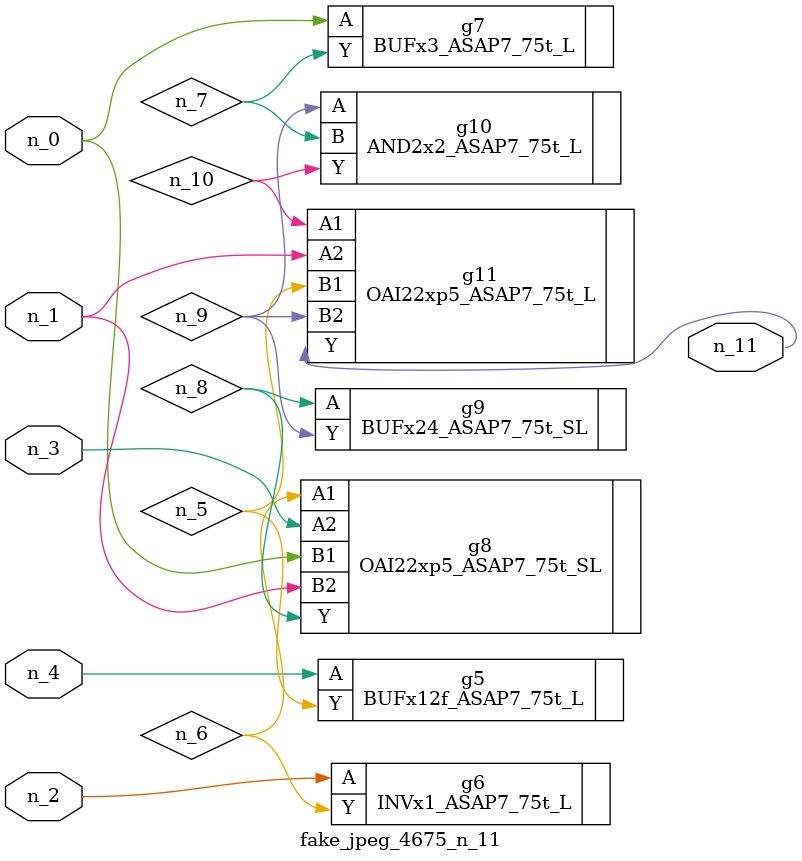
<source format=v>
module fake_jpeg_4675_n_11 (n_3, n_2, n_1, n_0, n_4, n_11);

input n_3;
input n_2;
input n_1;
input n_0;
input n_4;

output n_11;

wire n_10;
wire n_8;
wire n_9;
wire n_6;
wire n_5;
wire n_7;

BUFx12f_ASAP7_75t_L g5 ( 
.A(n_4),
.Y(n_5)
);

INVx1_ASAP7_75t_L g6 ( 
.A(n_2),
.Y(n_6)
);

BUFx3_ASAP7_75t_L g7 ( 
.A(n_0),
.Y(n_7)
);

OAI22xp5_ASAP7_75t_SL g8 ( 
.A1(n_6),
.A2(n_3),
.B1(n_0),
.B2(n_1),
.Y(n_8)
);

BUFx24_ASAP7_75t_SL g9 ( 
.A(n_8),
.Y(n_9)
);

AND2x2_ASAP7_75t_L g10 ( 
.A(n_9),
.B(n_7),
.Y(n_10)
);

OAI22xp5_ASAP7_75t_L g11 ( 
.A1(n_10),
.A2(n_1),
.B1(n_5),
.B2(n_9),
.Y(n_11)
);


endmodule
</source>
